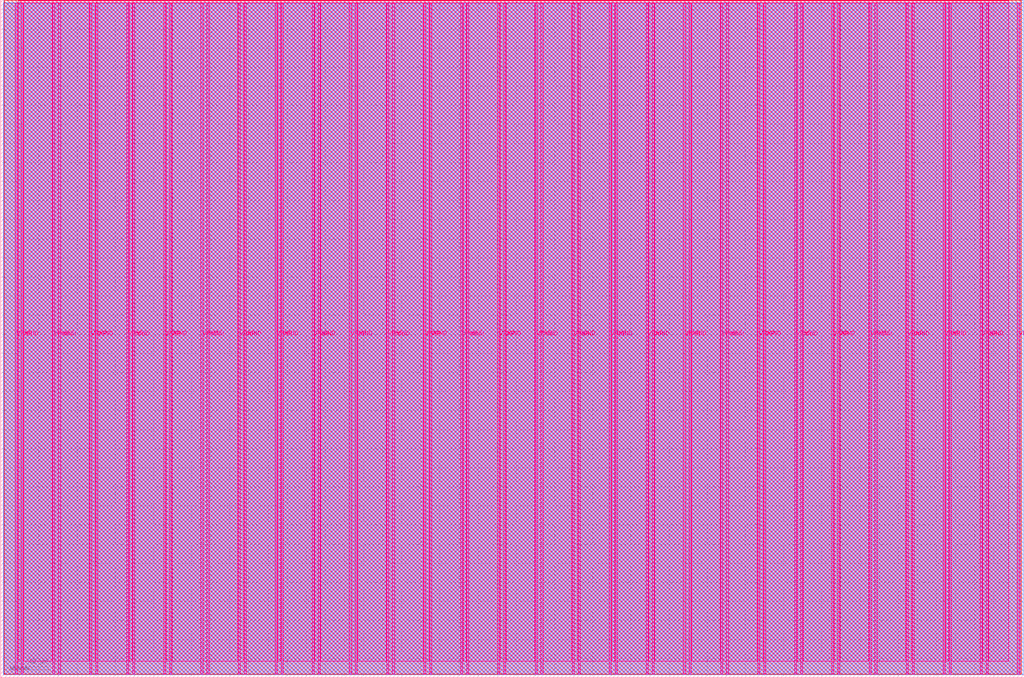
<source format=lef>
VERSION 5.7 ;
  NOWIREEXTENSIONATPIN ON ;
  DIVIDERCHAR "/" ;
  BUSBITCHARS "[]" ;
MACRO tt_um_tt_tinyQV
  CLASS BLOCK ;
  FOREIGN tt_um_tt_tinyQV ;
  ORIGIN 0.000 0.000 ;
  SIZE 1071.840 BY 710.640 ;
  PIN VGND
    DIRECTION INOUT ;
    USE GROUND ;
    PORT
      LAYER Metal5 ;
        RECT 21.580 3.560 23.780 707.080 ;
    END
    PORT
      LAYER Metal5 ;
        RECT 60.450 3.560 62.650 707.080 ;
    END
    PORT
      LAYER Metal5 ;
        RECT 99.320 3.560 101.520 707.080 ;
    END
    PORT
      LAYER Metal5 ;
        RECT 138.190 3.560 140.390 707.080 ;
    END
    PORT
      LAYER Metal5 ;
        RECT 177.060 3.560 179.260 707.080 ;
    END
    PORT
      LAYER Metal5 ;
        RECT 215.930 3.560 218.130 707.080 ;
    END
    PORT
      LAYER Metal5 ;
        RECT 254.800 3.560 257.000 707.080 ;
    END
    PORT
      LAYER Metal5 ;
        RECT 293.670 3.560 295.870 707.080 ;
    END
    PORT
      LAYER Metal5 ;
        RECT 332.540 3.560 334.740 707.080 ;
    END
    PORT
      LAYER Metal5 ;
        RECT 371.410 3.560 373.610 707.080 ;
    END
    PORT
      LAYER Metal5 ;
        RECT 410.280 3.560 412.480 707.080 ;
    END
    PORT
      LAYER Metal5 ;
        RECT 449.150 3.560 451.350 707.080 ;
    END
    PORT
      LAYER Metal5 ;
        RECT 488.020 3.560 490.220 707.080 ;
    END
    PORT
      LAYER Metal5 ;
        RECT 526.890 3.560 529.090 707.080 ;
    END
    PORT
      LAYER Metal5 ;
        RECT 565.760 3.560 567.960 707.080 ;
    END
    PORT
      LAYER Metal5 ;
        RECT 604.630 3.560 606.830 707.080 ;
    END
    PORT
      LAYER Metal5 ;
        RECT 643.500 3.560 645.700 707.080 ;
    END
    PORT
      LAYER Metal5 ;
        RECT 682.370 3.560 684.570 707.080 ;
    END
    PORT
      LAYER Metal5 ;
        RECT 721.240 3.560 723.440 707.080 ;
    END
    PORT
      LAYER Metal5 ;
        RECT 760.110 3.560 762.310 707.080 ;
    END
    PORT
      LAYER Metal5 ;
        RECT 798.980 3.560 801.180 707.080 ;
    END
    PORT
      LAYER Metal5 ;
        RECT 837.850 3.560 840.050 707.080 ;
    END
    PORT
      LAYER Metal5 ;
        RECT 876.720 3.560 878.920 707.080 ;
    END
    PORT
      LAYER Metal5 ;
        RECT 915.590 3.560 917.790 707.080 ;
    END
    PORT
      LAYER Metal5 ;
        RECT 954.460 3.560 956.660 707.080 ;
    END
    PORT
      LAYER Metal5 ;
        RECT 993.330 3.560 995.530 707.080 ;
    END
    PORT
      LAYER Metal5 ;
        RECT 1032.200 3.560 1034.400 707.080 ;
    END
  END VGND
  PIN VPWR
    DIRECTION INOUT ;
    USE POWER ;
    PORT
      LAYER Metal5 ;
        RECT 15.380 3.560 17.580 707.080 ;
    END
    PORT
      LAYER Metal5 ;
        RECT 54.250 3.560 56.450 707.080 ;
    END
    PORT
      LAYER Metal5 ;
        RECT 93.120 3.560 95.320 707.080 ;
    END
    PORT
      LAYER Metal5 ;
        RECT 131.990 3.560 134.190 707.080 ;
    END
    PORT
      LAYER Metal5 ;
        RECT 170.860 3.560 173.060 707.080 ;
    END
    PORT
      LAYER Metal5 ;
        RECT 209.730 3.560 211.930 707.080 ;
    END
    PORT
      LAYER Metal5 ;
        RECT 248.600 3.560 250.800 707.080 ;
    END
    PORT
      LAYER Metal5 ;
        RECT 287.470 3.560 289.670 707.080 ;
    END
    PORT
      LAYER Metal5 ;
        RECT 326.340 3.560 328.540 707.080 ;
    END
    PORT
      LAYER Metal5 ;
        RECT 365.210 3.560 367.410 707.080 ;
    END
    PORT
      LAYER Metal5 ;
        RECT 404.080 3.560 406.280 707.080 ;
    END
    PORT
      LAYER Metal5 ;
        RECT 442.950 3.560 445.150 707.080 ;
    END
    PORT
      LAYER Metal5 ;
        RECT 481.820 3.560 484.020 707.080 ;
    END
    PORT
      LAYER Metal5 ;
        RECT 520.690 3.560 522.890 707.080 ;
    END
    PORT
      LAYER Metal5 ;
        RECT 559.560 3.560 561.760 707.080 ;
    END
    PORT
      LAYER Metal5 ;
        RECT 598.430 3.560 600.630 707.080 ;
    END
    PORT
      LAYER Metal5 ;
        RECT 637.300 3.560 639.500 707.080 ;
    END
    PORT
      LAYER Metal5 ;
        RECT 676.170 3.560 678.370 707.080 ;
    END
    PORT
      LAYER Metal5 ;
        RECT 715.040 3.560 717.240 707.080 ;
    END
    PORT
      LAYER Metal5 ;
        RECT 753.910 3.560 756.110 707.080 ;
    END
    PORT
      LAYER Metal5 ;
        RECT 792.780 3.560 794.980 707.080 ;
    END
    PORT
      LAYER Metal5 ;
        RECT 831.650 3.560 833.850 707.080 ;
    END
    PORT
      LAYER Metal5 ;
        RECT 870.520 3.560 872.720 707.080 ;
    END
    PORT
      LAYER Metal5 ;
        RECT 909.390 3.560 911.590 707.080 ;
    END
    PORT
      LAYER Metal5 ;
        RECT 948.260 3.560 950.460 707.080 ;
    END
    PORT
      LAYER Metal5 ;
        RECT 987.130 3.560 989.330 707.080 ;
    END
    PORT
      LAYER Metal5 ;
        RECT 1026.000 3.560 1028.200 707.080 ;
    END
    PORT
      LAYER Metal5 ;
        RECT 1064.870 3.560 1067.070 707.080 ;
    END
  END VPWR
  PIN clk
    DIRECTION INPUT ;
    USE SIGNAL ;
    ANTENNAGATEAREA 5.293600 ;
    ANTENNADIFFAREA 16.123199 ;
    PORT
      LAYER Metal5 ;
        RECT 187.050 709.640 187.350 710.640 ;
    END
  END clk
  PIN ena
    DIRECTION INPUT ;
    USE SIGNAL ;
    PORT
      LAYER Metal5 ;
        RECT 190.890 709.640 191.190 710.640 ;
    END
  END ena
  PIN rst_n
    DIRECTION INPUT ;
    USE SIGNAL ;
    ANTENNAGATEAREA 0.314600 ;
    PORT
      LAYER Metal5 ;
        RECT 183.210 709.640 183.510 710.640 ;
    END
  END rst_n
  PIN ui_in[0]
    DIRECTION INPUT ;
    USE SIGNAL ;
    ANTENNAGATEAREA 0.725400 ;
    PORT
      LAYER Metal5 ;
        RECT 179.370 709.640 179.670 710.640 ;
    END
  END ui_in[0]
  PIN ui_in[1]
    DIRECTION INPUT ;
    USE SIGNAL ;
    ANTENNAGATEAREA 0.314600 ;
    PORT
      LAYER Metal5 ;
        RECT 175.530 709.640 175.830 710.640 ;
    END
  END ui_in[1]
  PIN ui_in[2]
    DIRECTION INPUT ;
    USE SIGNAL ;
    ANTENNAGATEAREA 0.725400 ;
    PORT
      LAYER Metal5 ;
        RECT 171.690 709.640 171.990 710.640 ;
    END
  END ui_in[2]
  PIN ui_in[3]
    DIRECTION INPUT ;
    USE SIGNAL ;
    ANTENNAGATEAREA 0.923000 ;
    ANTENNADIFFAREA 2.015400 ;
    PORT
      LAYER Metal5 ;
        RECT 167.850 709.640 168.150 710.640 ;
    END
  END ui_in[3]
  PIN ui_in[4]
    DIRECTION INPUT ;
    USE SIGNAL ;
    ANTENNAGATEAREA 0.725400 ;
    PORT
      LAYER Metal5 ;
        RECT 164.010 709.640 164.310 710.640 ;
    END
  END ui_in[4]
  PIN ui_in[5]
    DIRECTION INPUT ;
    USE SIGNAL ;
    ANTENNAGATEAREA 0.314600 ;
    PORT
      LAYER Metal5 ;
        RECT 160.170 709.640 160.470 710.640 ;
    END
  END ui_in[5]
  PIN ui_in[6]
    DIRECTION INPUT ;
    USE SIGNAL ;
    ANTENNAGATEAREA 0.314600 ;
    PORT
      LAYER Metal5 ;
        RECT 156.330 709.640 156.630 710.640 ;
    END
  END ui_in[6]
  PIN ui_in[7]
    DIRECTION INPUT ;
    USE SIGNAL ;
    ANTENNAGATEAREA 0.725400 ;
    PORT
      LAYER Metal5 ;
        RECT 152.490 709.640 152.790 710.640 ;
    END
  END ui_in[7]
  PIN uio_in[0]
    DIRECTION INPUT ;
    USE SIGNAL ;
    PORT
      LAYER Metal5 ;
        RECT 148.650 709.640 148.950 710.640 ;
    END
  END uio_in[0]
  PIN uio_in[1]
    DIRECTION INPUT ;
    USE SIGNAL ;
    ANTENNAGATEAREA 0.314600 ;
    PORT
      LAYER Metal5 ;
        RECT 144.810 709.640 145.110 710.640 ;
    END
  END uio_in[1]
  PIN uio_in[2]
    DIRECTION INPUT ;
    USE SIGNAL ;
    ANTENNAGATEAREA 0.314600 ;
    PORT
      LAYER Metal5 ;
        RECT 140.970 709.640 141.270 710.640 ;
    END
  END uio_in[2]
  PIN uio_in[3]
    DIRECTION INPUT ;
    USE SIGNAL ;
    PORT
      LAYER Metal5 ;
        RECT 137.130 709.640 137.430 710.640 ;
    END
  END uio_in[3]
  PIN uio_in[4]
    DIRECTION INPUT ;
    USE SIGNAL ;
    ANTENNAGATEAREA 0.314600 ;
    PORT
      LAYER Metal5 ;
        RECT 133.290 709.640 133.590 710.640 ;
    END
  END uio_in[4]
  PIN uio_in[5]
    DIRECTION INPUT ;
    USE SIGNAL ;
    ANTENNAGATEAREA 0.213200 ;
    PORT
      LAYER Metal5 ;
        RECT 129.450 709.640 129.750 710.640 ;
    END
  END uio_in[5]
  PIN uio_in[6]
    DIRECTION INPUT ;
    USE SIGNAL ;
    PORT
      LAYER Metal5 ;
        RECT 125.610 709.640 125.910 710.640 ;
    END
  END uio_in[6]
  PIN uio_in[7]
    DIRECTION INPUT ;
    USE SIGNAL ;
    PORT
      LAYER Metal5 ;
        RECT 121.770 709.640 122.070 710.640 ;
    END
  END uio_in[7]
  PIN uio_oe[0]
    DIRECTION OUTPUT ;
    USE SIGNAL ;
    ANTENNADIFFAREA 0.654800 ;
    PORT
      LAYER Metal5 ;
        RECT 56.490 709.640 56.790 710.640 ;
    END
  END uio_oe[0]
  PIN uio_oe[1]
    DIRECTION OUTPUT ;
    USE SIGNAL ;
    ANTENNADIFFAREA 0.706800 ;
    PORT
      LAYER Metal5 ;
        RECT 52.650 709.640 52.950 710.640 ;
    END
  END uio_oe[1]
  PIN uio_oe[2]
    DIRECTION OUTPUT ;
    USE SIGNAL ;
    ANTENNADIFFAREA 0.706800 ;
    PORT
      LAYER Metal5 ;
        RECT 48.810 709.640 49.110 710.640 ;
    END
  END uio_oe[2]
  PIN uio_oe[3]
    DIRECTION OUTPUT ;
    USE SIGNAL ;
    ANTENNADIFFAREA 0.706800 ;
    PORT
      LAYER Metal5 ;
        RECT 44.970 709.640 45.270 710.640 ;
    END
  END uio_oe[3]
  PIN uio_oe[4]
    DIRECTION OUTPUT ;
    USE SIGNAL ;
    ANTENNADIFFAREA 0.706800 ;
    PORT
      LAYER Metal5 ;
        RECT 41.130 709.640 41.430 710.640 ;
    END
  END uio_oe[4]
  PIN uio_oe[5]
    DIRECTION OUTPUT ;
    USE SIGNAL ;
    ANTENNAGATEAREA 0.639600 ;
    ANTENNADIFFAREA 0.706800 ;
    PORT
      LAYER Metal5 ;
        RECT 37.290 709.640 37.590 710.640 ;
    END
  END uio_oe[5]
  PIN uio_oe[6]
    DIRECTION OUTPUT ;
    USE SIGNAL ;
    ANTENNADIFFAREA 0.706800 ;
    PORT
      LAYER Metal5 ;
        RECT 33.450 709.640 33.750 710.640 ;
    END
  END uio_oe[6]
  PIN uio_oe[7]
    DIRECTION OUTPUT ;
    USE SIGNAL ;
    ANTENNADIFFAREA 0.706800 ;
    PORT
      LAYER Metal5 ;
        RECT 29.610 709.640 29.910 710.640 ;
    END
  END uio_oe[7]
  PIN uio_out[0]
    DIRECTION OUTPUT ;
    USE SIGNAL ;
    ANTENNADIFFAREA 0.706800 ;
    PORT
      LAYER Metal5 ;
        RECT 87.210 709.640 87.510 710.640 ;
    END
  END uio_out[0]
  PIN uio_out[1]
    DIRECTION OUTPUT ;
    USE SIGNAL ;
    ANTENNADIFFAREA 0.988000 ;
    PORT
      LAYER Metal5 ;
        RECT 83.370 709.640 83.670 710.640 ;
    END
  END uio_out[1]
  PIN uio_out[2]
    DIRECTION OUTPUT ;
    USE SIGNAL ;
    ANTENNADIFFAREA 1.135700 ;
    PORT
      LAYER Metal5 ;
        RECT 79.530 709.640 79.830 710.640 ;
    END
  END uio_out[2]
  PIN uio_out[3]
    DIRECTION OUTPUT ;
    USE SIGNAL ;
    ANTENNADIFFAREA 0.706800 ;
    PORT
      LAYER Metal5 ;
        RECT 75.690 709.640 75.990 710.640 ;
    END
  END uio_out[3]
  PIN uio_out[4]
    DIRECTION OUTPUT ;
    USE SIGNAL ;
    ANTENNADIFFAREA 1.124800 ;
    PORT
      LAYER Metal5 ;
        RECT 71.850 709.640 72.150 710.640 ;
    END
  END uio_out[4]
  PIN uio_out[5]
    DIRECTION OUTPUT ;
    USE SIGNAL ;
    ANTENNADIFFAREA 1.124800 ;
    PORT
      LAYER Metal5 ;
        RECT 68.010 709.640 68.310 710.640 ;
    END
  END uio_out[5]
  PIN uio_out[6]
    DIRECTION OUTPUT ;
    USE SIGNAL ;
    ANTENNADIFFAREA 0.706800 ;
    PORT
      LAYER Metal5 ;
        RECT 64.170 709.640 64.470 710.640 ;
    END
  END uio_out[6]
  PIN uio_out[7]
    DIRECTION OUTPUT ;
    USE SIGNAL ;
    ANTENNADIFFAREA 0.706800 ;
    PORT
      LAYER Metal5 ;
        RECT 60.330 709.640 60.630 710.640 ;
    END
  END uio_out[7]
  PIN uo_out[0]
    DIRECTION OUTPUT ;
    USE SIGNAL ;
    ANTENNADIFFAREA 0.677200 ;
    PORT
      LAYER Metal5 ;
        RECT 117.930 709.640 118.230 710.640 ;
    END
  END uo_out[0]
  PIN uo_out[1]
    DIRECTION OUTPUT ;
    USE SIGNAL ;
    ANTENNADIFFAREA 0.677200 ;
    PORT
      LAYER Metal5 ;
        RECT 114.090 709.640 114.390 710.640 ;
    END
  END uo_out[1]
  PIN uo_out[2]
    DIRECTION OUTPUT ;
    USE SIGNAL ;
    ANTENNADIFFAREA 1.023000 ;
    PORT
      LAYER Metal5 ;
        RECT 110.250 709.640 110.550 710.640 ;
    END
  END uo_out[2]
  PIN uo_out[3]
    DIRECTION OUTPUT ;
    USE SIGNAL ;
    ANTENNADIFFAREA 0.958400 ;
    PORT
      LAYER Metal5 ;
        RECT 106.410 709.640 106.710 710.640 ;
    END
  END uo_out[3]
  PIN uo_out[4]
    DIRECTION OUTPUT ;
    USE SIGNAL ;
    ANTENNADIFFAREA 1.023000 ;
    PORT
      LAYER Metal5 ;
        RECT 102.570 709.640 102.870 710.640 ;
    END
  END uo_out[4]
  PIN uo_out[5]
    DIRECTION OUTPUT ;
    USE SIGNAL ;
    ANTENNADIFFAREA 0.988000 ;
    PORT
      LAYER Metal5 ;
        RECT 98.730 709.640 99.030 710.640 ;
    END
  END uo_out[5]
  PIN uo_out[6]
    DIRECTION OUTPUT ;
    USE SIGNAL ;
    ANTENNADIFFAREA 2.845800 ;
    PORT
      LAYER Metal5 ;
        RECT 94.890 709.640 95.190 710.640 ;
    END
  END uo_out[6]
  PIN uo_out[7]
    DIRECTION OUTPUT ;
    USE SIGNAL ;
    ANTENNADIFFAREA 0.988000 ;
    PORT
      LAYER Metal5 ;
        RECT 91.050 709.640 91.350 710.640 ;
    END
  END uo_out[7]
  OBS
      LAYER GatPoly ;
        RECT 2.880 3.630 1068.960 707.010 ;
      LAYER Metal1 ;
        RECT 2.880 3.560 1068.960 707.080 ;
      LAYER Metal2 ;
        RECT 2.605 3.260 1071.025 707.380 ;
      LAYER Metal3 ;
        RECT 3.260 3.215 1070.980 710.365 ;
      LAYER Metal4 ;
        RECT 3.695 3.680 1068.625 710.320 ;
      LAYER Metal5 ;
        RECT 18.140 709.430 29.400 709.640 ;
        RECT 30.120 709.430 33.240 709.640 ;
        RECT 33.960 709.430 37.080 709.640 ;
        RECT 37.800 709.430 40.920 709.640 ;
        RECT 41.640 709.430 44.760 709.640 ;
        RECT 45.480 709.430 48.600 709.640 ;
        RECT 49.320 709.430 52.440 709.640 ;
        RECT 53.160 709.430 56.280 709.640 ;
        RECT 57.000 709.430 60.120 709.640 ;
        RECT 60.840 709.430 63.960 709.640 ;
        RECT 64.680 709.430 67.800 709.640 ;
        RECT 68.520 709.430 71.640 709.640 ;
        RECT 72.360 709.430 75.480 709.640 ;
        RECT 76.200 709.430 79.320 709.640 ;
        RECT 80.040 709.430 83.160 709.640 ;
        RECT 83.880 709.430 87.000 709.640 ;
        RECT 87.720 709.430 90.840 709.640 ;
        RECT 91.560 709.430 94.680 709.640 ;
        RECT 95.400 709.430 98.520 709.640 ;
        RECT 99.240 709.430 102.360 709.640 ;
        RECT 103.080 709.430 106.200 709.640 ;
        RECT 106.920 709.430 110.040 709.640 ;
        RECT 110.760 709.430 113.880 709.640 ;
        RECT 114.600 709.430 117.720 709.640 ;
        RECT 118.440 709.430 121.560 709.640 ;
        RECT 122.280 709.430 125.400 709.640 ;
        RECT 126.120 709.430 129.240 709.640 ;
        RECT 129.960 709.430 133.080 709.640 ;
        RECT 133.800 709.430 136.920 709.640 ;
        RECT 137.640 709.430 140.760 709.640 ;
        RECT 141.480 709.430 144.600 709.640 ;
        RECT 145.320 709.430 148.440 709.640 ;
        RECT 149.160 709.430 152.280 709.640 ;
        RECT 153.000 709.430 156.120 709.640 ;
        RECT 156.840 709.430 159.960 709.640 ;
        RECT 160.680 709.430 163.800 709.640 ;
        RECT 164.520 709.430 167.640 709.640 ;
        RECT 168.360 709.430 171.480 709.640 ;
        RECT 172.200 709.430 175.320 709.640 ;
        RECT 176.040 709.430 179.160 709.640 ;
        RECT 179.880 709.430 183.000 709.640 ;
        RECT 183.720 709.430 186.840 709.640 ;
        RECT 187.560 709.430 190.680 709.640 ;
        RECT 191.400 709.430 1055.620 709.640 ;
        RECT 18.140 707.290 1055.620 709.430 ;
        RECT 18.140 17.495 21.370 707.290 ;
        RECT 23.990 17.495 54.040 707.290 ;
        RECT 56.660 17.495 60.240 707.290 ;
        RECT 62.860 17.495 92.910 707.290 ;
        RECT 95.530 17.495 99.110 707.290 ;
        RECT 101.730 17.495 131.780 707.290 ;
        RECT 134.400 17.495 137.980 707.290 ;
        RECT 140.600 17.495 170.650 707.290 ;
        RECT 173.270 17.495 176.850 707.290 ;
        RECT 179.470 17.495 209.520 707.290 ;
        RECT 212.140 17.495 215.720 707.290 ;
        RECT 218.340 17.495 248.390 707.290 ;
        RECT 251.010 17.495 254.590 707.290 ;
        RECT 257.210 17.495 287.260 707.290 ;
        RECT 289.880 17.495 293.460 707.290 ;
        RECT 296.080 17.495 326.130 707.290 ;
        RECT 328.750 17.495 332.330 707.290 ;
        RECT 334.950 17.495 365.000 707.290 ;
        RECT 367.620 17.495 371.200 707.290 ;
        RECT 373.820 17.495 403.870 707.290 ;
        RECT 406.490 17.495 410.070 707.290 ;
        RECT 412.690 17.495 442.740 707.290 ;
        RECT 445.360 17.495 448.940 707.290 ;
        RECT 451.560 17.495 481.610 707.290 ;
        RECT 484.230 17.495 487.810 707.290 ;
        RECT 490.430 17.495 520.480 707.290 ;
        RECT 523.100 17.495 526.680 707.290 ;
        RECT 529.300 17.495 559.350 707.290 ;
        RECT 561.970 17.495 565.550 707.290 ;
        RECT 568.170 17.495 598.220 707.290 ;
        RECT 600.840 17.495 604.420 707.290 ;
        RECT 607.040 17.495 637.090 707.290 ;
        RECT 639.710 17.495 643.290 707.290 ;
        RECT 645.910 17.495 675.960 707.290 ;
        RECT 678.580 17.495 682.160 707.290 ;
        RECT 684.780 17.495 714.830 707.290 ;
        RECT 717.450 17.495 721.030 707.290 ;
        RECT 723.650 17.495 753.700 707.290 ;
        RECT 756.320 17.495 759.900 707.290 ;
        RECT 762.520 17.495 792.570 707.290 ;
        RECT 795.190 17.495 798.770 707.290 ;
        RECT 801.390 17.495 831.440 707.290 ;
        RECT 834.060 17.495 837.640 707.290 ;
        RECT 840.260 17.495 870.310 707.290 ;
        RECT 872.930 17.495 876.510 707.290 ;
        RECT 879.130 17.495 909.180 707.290 ;
        RECT 911.800 17.495 915.380 707.290 ;
        RECT 918.000 17.495 948.050 707.290 ;
        RECT 950.670 17.495 954.250 707.290 ;
        RECT 956.870 17.495 986.920 707.290 ;
        RECT 989.540 17.495 993.120 707.290 ;
        RECT 995.740 17.495 1025.790 707.290 ;
        RECT 1028.410 17.495 1031.990 707.290 ;
        RECT 1034.610 17.495 1055.620 707.290 ;
  END
END tt_um_tt_tinyQV
END LIBRARY


</source>
